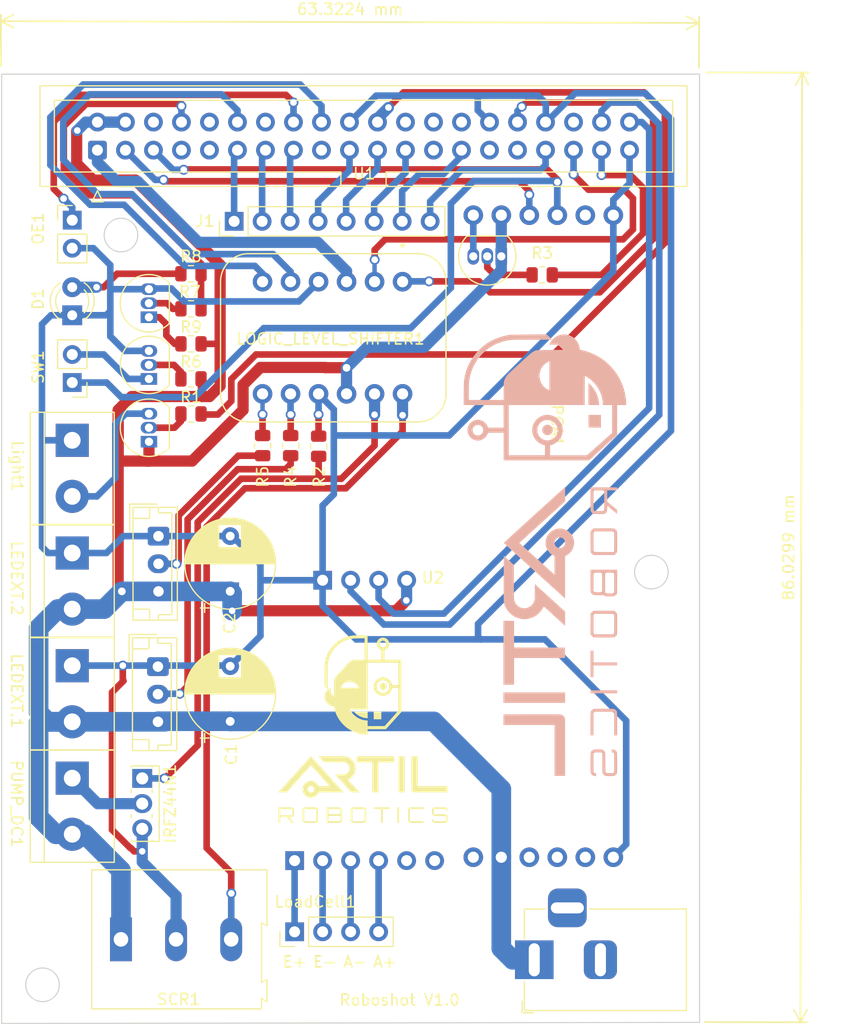
<source format=kicad_pcb>
(kicad_pcb (version 20211014) (generator pcbnew)
  (title_block (date "15 nov 2012"))
  (layers (0 "F.Cu" signal) (31 "B.Cu" signal) (34 "B.Paste" user) (35 "F.Paste" user) (36 "B.SilkS" user "B.Silkscreen") (37 "F.SilkS" user "F.Silkscreen") (38 "B.Mask" user) (39 "F.Mask" user) (44 "Edge.Cuts" user))
  (net 0 "")
  (net 1 "GND")
  (net 2 "/GPIO3(SCL1)")
  (net 3 "/GPIO17(GEN0)")
  (net 4 "/GPIO27(GEN2)")
  (net 5 "/GPIO22(GEN3)")
  (net 6 "/GPIO10(SPI0_MOSI)")
  (net 7 "/GPIO9(SPI0_MISO)")
  (net 8 "/GPIO11(SPI0_SCK)")
  (net 9 "/ID_SD")
  (net 10 "/GPIO13(PWM1)")
  (net 11 "/HV1")
  (net 12 "/E+")
  (net 13 "/E-")
  (net 14 "/A-")
  (net 15 "/A+")
  (net 16 "Net-(LEDSIGN1-Pad2)")
  (net 17 "Net-(LEDSIGN2-Pad2)")
  (net 18 "/LIGHT")
  (net 19 "/HV2")
  (net 20 "/HV3")
  (net 21 "/HV4")
  (net 22 "+3V3")
  (net 23 "/GPIO24(GEN5)")
  (net 24 "/GPIO18(GEN1)(PWM0)")
  (net 25 "/GPIO19(SPI1_MISO)")
  (net 26 "/GPIO12(PWM0)")
  (net 27 "/GPIO23(GEN4)")
  (net 28 "Net-(D1-Pad2)")
  (net 29 "/GPIO2(SDA1)")
  (net 30 "/PUMP")
  (net 31 "Net-(Q1_LIGHT1-Pad2)")
  (net 32 "/Button_OUTPUT")
  (net 33 "/2N_PCA9685")
  (net 34 "/GPIO25(GEN6)")
  (net 35 "+5V")
  (net 36 "/GPIO4(GCLK)")
  (net 37 "/GPIO14(TXD0)")
  (net 38 "/GPIO15(RXD0)")
  (net 39 "/GPIO8(SPI0_CE_N)")
  (net 40 "/GPIO7(SPI1_CE_N)")
  (net 41 "/ID_SC")
  (net 42 "/GPIO5")
  (net 43 "/GPIO6")
  (net 44 "/GPIO16")
  (net 45 "/GPIO26")
  (net 46 "/GPIO20(SPI1_MOSI)")
  (net 47 "/GPIO21(SPI1_SCK)")
  (net 50 "Net-(B.OUTPUT1-Pad2)")
  (net 51 "Net-(BUTTON1-Pad1)")
  (net 52 "Net-(BUTTON1-Pad2)")
  (net 53 "Net-(PCA1-PadOE_1)")
  (net 54 "Net-(Q_PCA1-Pad2)")
  (footprint "TerminalBlock:TerminalBlock_bornier-2_P5.08mm" (layer "F.Cu") (at 81.0768 165.2289 -90)
    (fp_text reference "PUMP_DC1")
    (fp_text value "Conn_01x02")
  )
  (footprint "TerminalBlock:TerminalBlock_bornier-2_P5.08mm" (layer "F.Cu") (at 81.0768 134.62 -90)
    (fp_text reference "Light1")
    (fp_text value "Conn_01x02")
  )
  (footprint "Resistor_SMD:R_0805_2012Metric" (layer "F.Cu") (at 91.8464 132.2324 180)
    (fp_text reference "R1")
    (fp_text value "R")
  )
  (footprint "DualChannel_HX711:Dual Channel" (layer "F.Cu") (at 113.9444 172.6965 90)
    (fp_text reference "U2")
    (fp_text value "H")
  )
  (footprint "TerminalBlock:TerminalBlock_Altech_AK300-3_P5.00mm" (layer "F.Cu") (at 85.4964 179.832)
    (fp_text reference "SCR1")
    (fp_text value "Conn_01x03")
  )
  (footprint "Package_TO_SOT_THT:TO-92_Inline" (layer "F.Cu") (at 88.037 134.7489 90)
    (fp_text reference "Q1_LIGHT1" hide)
    (fp_text value "BC546")
  )
  (footprint "TerminalBlock:TerminalBlock_bornier-2_P5.08mm" (layer "F.Cu") (at 81.0768 155.0416 -90)
    (fp_text reference "LEDEXT.1")
    (fp_text value "Conn_01x02")
  )
  (footprint "PCA9685:PCA9685" (layer "F.Cu") (at 124.5616 133.2757 -90)
    (fp_text reference "PCA1")
    (fp_text value "815")
  )
  (footprint "Package_TO_SOT_THT:SIPAK_Vertical" (layer "F.Cu") (at 87.4256 165.2477 -90)
    (fp_text reference "IRFZ44N1")
    (fp_text value "BSP89")
  )
  (footprint "LOGO" (layer "F.Cu") (at 107.442 160.782)
    (fp_text reference "G***" hide)
    (fp_text value "LOGO" hide)
  )
  (footprint "Resistor_SMD:R_0805_2012Metric" (layer "F.Cu") (at 91.8464 129.0574 180)
    (fp_text reference "R6")
    (fp_text value "R")
  )
  (footprint "LED_THT:LED_D3.0mm" (layer "F.Cu") (at 81.0768 123.2916 90)
    (fp_text reference "D1")
    (fp_text value "LED")
  )
  (footprint "Package_TO_SOT_THT:TO-92_Inline" (layer "F.Cu") (at 88.0326 129.0593 90)
    (fp_text reference "B.OUTPUT1" hide)
    (fp_text value "BC546")
  )
  (footprint "Capacitor_THT:CP_Radial_D8.0mm_P5.00mm" (layer "F.Cu") (at 95.4024 148.300251 90)
    (fp_text reference "C2")
    (fp_text value "C_Polarized")
  )
  (footprint "Connector_PinHeader_2.54mm:PinHeader_1x04_P2.54mm_Vertical" (layer "F.Cu") (at 101.2444 179.1481 90)
    (fp_text reference "LoadCell1")
    (fp_text value "Conn_01x04")
  )
  (footprint "Resistor_SMD:R_0805_2012Metric" (layer "F.Cu") (at 123.698 119.634 180)
    (fp_text reference "R3")
    (fp_text value "R")
  )
  (footprint "Connector_IDC:IDC-Header_2x20_P2.54mm_Vertical" (layer "F.Cu") (at 83.3628 108.3329 90)
    (fp_text reference "U1")
    (fp_text value "7840-0000PR")
  )
  (footprint "Package_TO_SOT_THT:TO-92_Inline" (layer "F.Cu") (at 88.0326 123.4713 90)
    (fp_text reference "BUTTON1" hide)
    (fp_text value "BC546")
  )
  (footprint "Resistor_SMD:R_0805_2012Metric" (layer "F.Cu") (at 91.8445 119.5324 180)
    (fp_text reference "R8")
    (fp_text value "R")
  )
  (footprint "Connector_BarrelJack:BarrelJack_Horizontal" (layer "F.Cu") (at 122.9812 181.6804 180)
    (fp_text reference "Ext.Source1" hide)
    (fp_text value "Conn_01x02")
  )
  (footprint "Resistor_SMD:R_0805_2012Metric" (layer "F.Cu") (at 103.4288 135.1553 90)
    (fp_text reference "R2")
    (fp_text value "R")
  )
  (footprint "Resistor_SMD:R_0805_2012Metric" (layer "F.Cu") (at 91.8464 122.7074 180)
    (fp_text reference "R7")
    (fp_text value "R")
  )
  (footprint "Connector_PinHeader_2.54mm:PinHeader_1x08_P2.54mm_Vertical" (layer "F.Cu") (at 95.758 114.7845 90)
    (fp_text reference "J1")
    (fp_text value "Conn_01x08")
  )
  (footprint "TerminalBlock:TerminalBlock_bornier-2_P5.08mm" (layer "F.Cu") (at 81.0768 144.8308 -90)
    (fp_text reference "LEDEXT.2")
    (fp_text value "Conn_01x02")
  )
  (footprint "Resistor_SMD:R_0805_2012Metric" (layer "F.Cu") (at 91.8464 125.8824)
    (fp_text reference "R9")
    (fp_text value "R")
  )
  (footprint "Connector_JST:JST_EH_B3B-EH-A_1x03_P2.50mm_Vertical" (layer "F.Cu") (at 88.8492 155.1216 -90)
    (fp_text reference "LEDSIGN1" hide)
    (fp_text value "Conn_01x03")
  )
  (footprint "Resistor_SMD:R_0805_2012Metric" (layer "F.Cu") (at 100.8888 135.1026 -90)
    (fp_text reference "R4")
    (fp_text value "R")
  )
  (footprint "Package_TO_SOT_THT:TO-92_Inline" (layer "F.Cu") (at 119.9896 117.9576 180)
    (fp_text reference "Q_PCA1" hide)
    (fp_text value "BC546")
  )
  (footprint "Connector_PinHeader_2.54mm:PinHeader_1x02_P2.54mm_Vertical" (layer "F.Cu") (at 81.0768 129.3876 180)
    (fp_text reference "SW1")
    (fp_text value "SW_Push_Dual_x2")
  )
  (footprint "Elevador:Elevador_voltaje" (layer "F.Cu") (at 104.6861 125.5868 -90)
    (fp_text reference "LOGIC_LEVEL_SHIFTER1")
    (fp_text value "Logic_Level_Shifter")
  )
  (footprint "Connector_PinHeader_2.54mm:PinHeader_1x02_P2.54mm_Vertical" (layer "F.Cu") (at 81.0768 114.6779)
    (fp_text reference "OE1")
    (fp_text value "Conn_01x02")
  )
  (footprint "Connector_JST:JST_EH_B3B-EH-A_1x03_P2.50mm_Vertical" (layer "F.Cu") (at 88.9 143.3068 -90)
    (fp_text reference "LEDSIGN2" hide)
    (fp_text value "Conn_01x03")
  )
  (footprint "Resistor_SMD:R_0805_2012Metric" (layer "F.Cu") (at 98.3488 135.1026 -90)
    (fp_text reference "R5")
    (fp_text value "R")
  )
  (footprint "Capacitor_THT:CP_Radial_D8.0mm_P5.00mm" (layer "F.Cu") (at 95.4024 160.085851 90)
    (fp_text reference "C1")
    (fp_text value "C_Polarized")
  )
  (footprint "LOGO" (layer "B.Cu") (at 123.952 145.034 -90)
    (fp_text reference "G***" hide)
    (fp_text value "LOGO" hide)
  )
  (gr_circle (center 124.1806 133.6802) (end 124.5806 133.6802) (layer "B.SilkS") (width 0.15) (fill solid))
  (gr_circle (center 109.2708 156.9212) (end 109.5248 156.9212) (layer "F.SilkS") (width 0.15) (fill solid))
  (gr_line (start 74.676 101.4476) (end 137.9728 101.4476) (layer "Edge.Cuts") (width 0.1))
  (gr_circle (center 78.3844 183.9468) (end 79.908399 183.9468) (layer "Edge.Cuts") (width 0.1) (fill none))
  (gr_line (start 137.9728 187.3504) (end 74.676 187.452) (layer "Edge.Cuts") (width 0.1))
  (gr_circle (center 85.4964 116.0272) (end 87.020399 116.0272) (layer "Edge.Cuts") (width 0.1) (fill none))
  (gr_line (start 74.676 101.4476) (end 74.676 187.452) (layer "Edge.Cuts") (width 0.1))
  (gr_circle (center 133.604 146.558) (end 132.080001 146.558) (layer "Edge.Cuts") (width 0.1) (fill none))
  (gr_line (start 137.9728 101.4476) (end 137.9728 187.3504) (layer "Edge.Cuts") (width 0.1))
  (gr_text "A+\n" (at 109.4232 181.864) (layer "F.SilkS") (effects (font (size 1 1))))
  (gr_text "E+" (at 101.2444 181.864) (layer "F.SilkS") (effects (font (size 1 1))))
  (gr_text "A-" (at 106.720743 181.864) (layer "F.SilkS") (effects (font (size 1 1))))
  (gr_text "Roboshot V1.0" (at 110.7694 185.3184) (layer "F.SilkS") (effects (font (size 1 1))))
  (gr_text "E-\n" (at 103.994476 181.864) (layer "F.SilkS") (effects (font (size 1 1))))
  (dimension (type aligned) (layer "F.SilkS") (pts (xy 137.922 187.325) (xy 138.0744 101.2952)) (height 9.200162) (gr_text "86,0299 mm" (at 146.04835 144.324361 89.89850183) (layer "F.SilkS") (effects (font (size 1 1) (thickness 0.15)))) (format (units 3) (units_format 1) (precision 4)) (style (thickness 0.15) (arrow_length 1.27) (text_position_mode 0) (extension_height 0.58642) (extension_offset 0.5) keep_text_aligned))
  (dimension (type aligned) (layer "F.SilkS") (pts (xy 74.5998 101.219) (xy 137.922 101.3714)) (height -4.56572) (gr_text "63,3224 mm" (at 106.274656 95.579496 359.8621043) (layer "F.SilkS") (effects (font (size 1 1) (thickness 0.15)))) (format (units 3) (units_format 1) (precision 4)) (style (thickness 0.15) (arrow_length 1.27) (text_position_mode 0) (extension_height 0.58642) (extension_offset 0.5) keep_text_aligned))
  (segment (start 86.3346 171.5516) (end 84.6836 169.9006) (width 0.6) (layer "F.Cu") (net 1))
  (segment (start 85.6634 156.3516) (end 85.6634 155.0308) (width 0.6) (layer "F.Cu") (net 1))
  (segment (start 86.3854 171.5516) (end 86.3346 171.5516) (width 0.6) (layer "F.Cu") (net 1))
  (segment (start 84.6836 169.9006) (end 84.6836 157.4546) (width 0.6) (layer "F.Cu") (net 1))
  (segment (start 86.6914 171.8576) (end 87.4256 171.8576) (width 0.6) (layer "F.Cu") (net 1))
  (segment (start 85.725 156.4132) (end 85.6634 156.3516) (width 0.6) (layer "F.Cu") (net 1))
  (segment (start 86.3854 171.5516) (end 86.6914 171.8576) (width 0.6) (layer "F.Cu") (net 1))
  (segment (start 103.4161 132.2705) (end 103.4161 134.2301) (width 0.6) (layer "F.Cu") (net 1))
  (segment (start 84.6836 157.4546) (end 85.725 156.4132) (width 0.6) (layer "F.Cu") (net 1))
  (via (at 103.4161 132.2705) (size 0.9) (drill 0.6) (layers "F.Cu" "B.Cu") (net 1))
  (via (at 85.6634 155.0308) (size 0.9) (drill 0.6) (layers "F.Cu" "B.Cu") (net 1))
  (via (at 87.4256 171.8576) (size 0.9) (drill 0.6) (layers "F.Cu" "B.Cu") (net 1))
  (segment (start 88.0938 120.8701) (end 88.0326 120.9313) (width 0.6) (layer "B.Cu") (net 1))
  (segment (start 98.1456 145.8468) (end 98.1456 152.342651) (width 0.6) (layer "B.Cu") (net 1))
  (segment (start 123.3339 103.3949) (end 118.7196 103.3949) (width 0.6) (layer "B.Cu") (net 1))
  (segment (start 104.8004 134.1966) (end 104.8004 139.5137) (width 0.6) (layer "B.Cu") (net 1))
  (segment (start 103.4161 120.2528) (end 103.4161 120.2563) (width 0.6) (layer "B.Cu") (net 1))
  (segment (start 91.2368 122.0385) (end 90.0684 120.8701) (width 0.6) (layer "B.Cu") (net 1))
  (segment (start 84.5293 122.9106) (end 84.5293 122.3537) (width 0.6) (layer "B.Cu") (net 1))
  (segment (start 101.6339 122.0385) (end 91.2368 122.0385) (width 0.6) (layer "B.Cu") (net 1))
  (segment (start 135.382 105.5116) (end 135.382 133.7564) (width 0.6) (layer "B.Cu") (net 1))
  (segment (start 103.4161 130.4128) (end 103.4161 130.4417) (width 0.6) (layer "B.Cu") (net 1))
  (segment (start 135.382 133.7564) (end 117.8814 151.257) (width 0.6) (layer "B.Cu") (net 1))
  (segment (start 87.4256 172.8204) (end 90.4964 175.8912) (width 1.016) (layer "B.Cu") (net 1))
  (segment (start 103.4161 130.4417) (end 104.8004 131.826) (width 0.6) (layer "B.Cu") (net 1))
  (segment (start 103.4161 130.4128) (end 103.4161 132.2705) (width 0.6) (layer "B.Cu") (net 1))
  (segment (start 133.0452 103.1748) (end 135.382 105.5116) (width 0.6) (layer "B.Cu") (net 1))
  (segment (start 103.7844 147.2965) (end 103.7844 149.606) (width 0.6) (layer "B.Cu") (net 1))
  (segment (start 87.4256 170.0334) (end 87.4256 171.8576) (width 1.016) (layer "B.Cu") (net 1))
  (segment (start 118.9228 105.7929) (end 117.856 104.7261) (width 0.6) (layer "B.Cu") (net 1))
  (segment (start 123.952 152.654) (end 131.318 160.02) (width 0.6) (layer "B.Cu") (net 1))
  (segment (start 81.0768 123.2916) (end 84.1483 123.2916) (width 0.6) (layer "B.Cu") (net 1))
  (segment (start 84.1483 123.2916) (end 84.5293 122.9106) (width 0.6) (layer "B.Cu") (net 1))
  (segment (start 84.5293 118.745) (end 84.5293 122.3537) (width 0.6) (layer "B.Cu") (net 1))
  (segment (start 106.2463 105.7929) (end 106.2228 105.7929) (width 0.6) (layer "B.Cu") (net 1))
  (segment (start 85.8501 126.5193) (end 84.5293 125.1985) (width 0.6) (layer "B.Cu") (net 1))
  (segment (start 124.0771 105.7929) (end 126.6952 103.1748) (width 0.6) (layer "B.Cu") (net 1))
  (segment (start 78.3336 131.5212) (end 78.3336 134.62) (width 0.6) (layer "B.Cu") (net 1))
  (segment (start 78.3336 144.272) (end 78.3336 124.1044) (width 0.6) (layer "B.Cu") (net 1))
  (segment (start 95.140402 143.300251) (end 95.152651 143.3125) (width 0.6) (layer "B.Cu") (net 1))
  (segment (start 90.4964 175.8912) (end 90.4964 179.8828) (width 1.016) (layer "B.Cu") (net 1))
  (segment (start 103.7844 147.2965) (end 98.1964 147.2965) (width 0.6) (layer "B.Cu") (net 1))
  (segment (start 81.0768 117.2179) (end 83.0022 117.2179) (width 0.6) (layer "B.Cu") (net 1))
  (segment (start 104.8173 134.1797) (end 104.8004 134.1966) (width 0.6) (layer "B.Cu") (net 1))
  (segment (start 103.7844 149.606) (end 106.8324 152.654) (width 0.6) (layer "B.Cu") (net 1))
  (segment (start 98.1456 152.342651) (end 95.457451 155.0308) (width 0.6) (layer "B.Cu") (net 1))
  (segment (start 130.1496 114.2257) (end 130.1496 119.2953) (width 0.6) (layer "B.Cu") (net 1))
  (segment (start 90.0684 120.8701) (end 88.0938 120.8701) (width 0.6) (layer "B.Cu") (net 1))
  (segment (start 106.8324 152.654) (end 118.11 152.654) (width 0.6) (layer "B.Cu") (net 1))
  (segment (start 81.0768 144.8308) (end 84.1756 144.8308) (width 0.6) (layer "B.Cu") (net 1))
  (segment (start 84.1756 144.8308) (end 85.706149 143.300251) (width 0.6) (layer "B.Cu") (net 1))
  (segment (start 124.0028 105.7929) (end 124.0771 105.7929) (width 0.6) (layer "B.Cu") (net 1))
  (segment (start 118.11 152.654) (end 123.952 152.654) (width 0.6) (layer "B.Cu") (net 1))
  (segment (start 130.1496 112.8268) (end 130.1496 114.2257) (width 0.6) (layer "B.Cu") (net 1))
  (segment (start 83.0022 117.2179) (end 84.5293 118.745) (width 0.6) (layer "B.Cu") (net 1))
  (segment (start 117.8814 151.257) (end 117.8814 152.4254) (width 0.6) (layer "B.Cu") (net 1))
  (segment (start 117.856 104.7261) (end 117.856 103.3949) (width 0.6) (layer "B.Cu") (net 1))
  (segment (start 81.0876 155.0308) (end 81.0768 155.0416) (width 0.6) (layer "B.Cu") (net 1))
  (segment (start 84.5293 125.1985) (end 84.5293 122.9106) (width 0.6) (layer "B.Cu") (net 1))
  (segment (start 117.8814 152.4254) (end 118.11 152.654) (width 0.6) (layer "B.Cu") (net 1))
  (segment (start 85.6634 155.0308) (end 81.0876 155.0308) (width 0.6) (layer "B.Cu") (net 1))
  (segment (start 124.0282 105.7402) (end 124.0282 104.0892) (width 0.6) (layer "B.Cu") (net 1))
  (segment (start 79.1464 123.2916) (end 81.0768 123.2916) (width 0.6) (layer "B.Cu") (net 1))
  (segment (start 78.8924 144.8308) (end 78.3336 144.272) (width 0.6) (layer "B.Cu") (net 1))
  (segment (start 87.4256 171.8576) (end 87.4256 172.8204) (width 1.016) (layer "B.Cu") (net 1))
  (segment (start 84.5293 122.3537) (end 84.5293 120.9332) (width 0.6) (layer "B.Cu") (net 1))
  (segment (start 84.5293 120.9332) (end 84.5312 120.9313) (width 0.6) (layer "B.Cu") (net 1))
  (segment (start 131.6228 108.3329) (end 131.6228 111.3536) (width 0.6) (layer "B.Cu") (net 1))
  (segment (start 88.0326 126.5193) (end 85.8501 126.5193) (width 0.6) (layer "B.Cu") (net 1))
  (segment (start 131.318 160.02) (end 131.318 171.2233) (width 0.6) (layer "B.Cu") (net 1))
  (segment (start 115.2652 134.1797) (end 104.8173 134.1797) (width 0.6) (layer "B.Cu") (net 1))
  (segment (start 131.6228 111.3536) (end 130.1496 112.8268) (width 0.6) (layer "B.Cu") (net 1))
  (segment (start 85.706149 143.300251) (end 95.140402 143.300251) (width 0.6) (layer "B.Cu") (net 1))
  (segment (start 118.7196 103.3949) (end 108.6443 103.3949) (width 0.6) (layer "B.Cu") (net 1))
  (segment (start 84.5312 120.9313) (end 88.0326 120.9313) (width 0.6) (layer "B.Cu") (net 1))
  (segment (start 103.4161 120.2563) (end 101.6339 122.0385) (width 0.6) (layer "B.Cu") (net 1))
  (segment (start 104.8004 139.5137) (end 103.7844 140.5297) (width 0.6) (layer "B.Cu") (net 1))
  (segment (start 131.318 171.2233) (end 130.1496 172.3917) (width 0.6) (layer "B.Cu") (net 1))
  (segment (start 81.0768 144.8308) (end 78.8924 144.8308) (width 0.6) (layer "B.Cu") (net 1))
  (segment (start 124.0028 105.7929) (end 124.0028 105.7656) (width 0.6) (layer "B.Cu") (net 1))
  (segment (start 108.6443 103.3949) (end 106.2463 105.7929) (width 0.6) (layer "B.Cu") (net 1))
  (segment (start 103.7844 140.5297) (end 103.7844 147.2965) (width 0.6) (layer "B.Cu") (net 1))
  (segment (start 117.856 103.3949) (end 118.7196 103.3949) (width 0.6) (layer "B.Cu") (net 1))
  (segment (start 95.4024 143.1036) (end 98.1456 145.8468) (width 0.6) (layer "B.Cu") (net 1))
  (segment (start 126.6952 103.1748) (end 133.0452 103.1748) (width 0.6) (layer "B.Cu") (net 1))
  (segment (start 130.1496 119.2953) (end 115.2652 134.1797) (width 0.6) (layer "B.Cu") (net 1))
  (segment (start 78.3336 134.62) (end 81.0768 134.62) (width 0.6) (layer "B.Cu") (net 1))
  (segment (start 124.0282 104.0892) (end 123.3339 103.3949) (width 0.6) (layer "B.Cu") (net 1))
  (segment (start 104.8004 131.826) (end 104.8004 134.1628) (width 0.6) (layer "B.Cu") (net 1))
  (segment (start 78.3336 124.1044) (end 79.1464 123.2916) (width 0.6) (layer "B.Cu") (net 1))
  (segment (start 95.457451 155.0308) (end 85.6634 155.0308) (width 0.6) (layer "B.Cu") (net 1))
  (segment (start 124.0028 105.7656) (end 124.0282 105.7402) (width 0.6) (layer "B.Cu") (net 1))
  (segment (start 91.2114 110.0836) (end 124.1552 110.0836) (width 0.6) (layer "F.Cu") (net 2))
  (segment (start 88.4428 108.3329) (end 88.4428 108.3564) (width 0.6) (layer "F.Cu") (net 2))
  (segment (start 125.0696 110.998) (end 125.0696 114.2257) (width 0.6) (layer "F.Cu") (net 2))
  (segment (start 124.1552 110.0836) (end 125.0696 110.998) (width 0.6) (layer "F.Cu") (net 2))
  (segment (start 91.186 110.109) (end 91.2114 110.0836) (width 0.6) (layer "F.Cu") (net 2))
  (via (at 125.0696 111.2266) (size 0.9) (drill 0.6) (layers "F.Cu" "B.Cu") (net 2))
  (via (at 91.186 110.109) (size 0.9) (drill 0.6) (layers "F.Cu" "B.Cu") (net 2))
  (segment (start 92.202 130.7084) (end 85.518 130.7084) (width 0.6) (layer "B.Cu") (net 2))
  (segment (start 115.4176 113.1824) (end 115.4176 120.8024) (width 0.6) (layer "B.Cu") (net 2))
  (segment (start 91.186 110.109) (end 90.2189 110.109) (width 0.6) (layer "B.Cu") (net 2))
  (segment (start 115.4176 120.8024) (end 111.76 124.46) (width 0.6) (layer "B.Cu") (net 2))
  (segment (start 125.0696 111.2266) (end 124.968 111.125) (width 0.6) (layer "B.Cu") (net 2))
  (segment (start 111.76 124.46) (end 98.4504 124.46) (width 0.6) (layer "B.Cu") (net 2))
  (segment (start 117.475 111.125) (end 115.4176 113.1824) (width 0.6) (layer "B.Cu") (net 2))
  (segment (start 125.0696 111.2266) (end 125.0696 114.2257) (width 0.6) (layer "B.Cu") (net 2))
  (segment (start 90.2189 110.109) (end 88.4428 108.3329) (width 0.6) (layer "B.Cu") (net 2))
  (segment (start 84.1972 129.3876) (end 81.0768 129.3876) (width 0.6) (layer "B.Cu") (net 2))
  (segment (start 124.968 111.125) (end 117.475 111.125) (width 0.6) (layer "B.Cu") (net 2))
  (segment (start 98.4504 124.46) (end 92.202 130.7084) (width 0.6) (layer "B.Cu") (net 2))
  (segment (start 85.518 130.7084) (end 84.1972 129.3876) (width 0.6) (layer "B.Cu") (net 2))
  (segment (start 96.0628 108.3329) (end 95.758 108.6377) (width 0.6) (layer "B.Cu") (net 3))
  (segment (start 95.758 108.6377) (end 95.758 114.7845) (width 0.6) (layer "B.Cu") (net 3))
  (segment (start 98.298 114.7845) (end 98.298 108.6377) (width 0.6) (layer "B.Cu") (net 4))
  (segment (start 98.298 108.6377) (end 98.6028 108.3329) (width 0.6) (layer "B.Cu") (net 4))
  (segment (start 101.1428 108.3329) (end 100.838 108.6377) (width 0.6) (layer "B.Cu") (net 5))
  (segment (start 100.838 108.6377) (end 100.838 114.7845) (width 0.6) (layer "B.Cu") (net 5))
  (segment (start 103.378 113.0065) (end 106.2228 110.1617) (width 0.6) (layer "B.Cu") (net 6))
  (segment (start 106.2228 110.1617) (end 106.2228 108.3329) (width 0.6) (layer "B.Cu") (net 6))
  (segment (start 103.378 114.7845) (end 103.378 113.0065) (width 0.6) (layer "B.Cu") (net 6))
  (segment (start 105.918 112.8541) (end 108.7628 110.0093) (width 0.6) (layer "B.Cu") (net 7))
  (segment (start 108.7628 110.0093) (end 108.7628 108.3329) (width 0.6) (layer "B.Cu") (net 7))
  (segment (start 105.918 114.7845) (end 105.918 112.8541) (width 0.6) (layer "B.Cu") (net 7))
  (segment (start 111.3028 110.3649) (end 111.3028 108.3329) (width 0.6) (layer "B.Cu") (net 8))
  (segment (start 108.458 113.2097) (end 111.3028 110.3649) (width 0.6) (layer "B.Cu") (net 8))
  (segment (start 108.458 114.7845) (end 108.458 113.2097) (width 0.6) (layer "B.Cu") (net 8))
  (segment (start 110.998 112.0394) (end 112.5474 110.49) (width 0.6) (layer "B.Cu") (net 9))
  (segment (start 114.7572 110.49) (end 116.3828 108.8644) (width 0.6) (layer "B.Cu") (net 9))
  (segment (start 116.3828 108.8644) (end 116.3828 108.3329) (width 0.6) (layer "B.Cu") (net 9))
  (segment (start 110.998 114.7845) (end 110.998 112.0394) (width 0.6) (layer "B.Cu") (net 9))
  (segment (start 112.5474 110.49) (end 114.7572 110.49) (width 0.6) (layer "B.Cu") (net 9))
  (segment (start 124.0028 108.3329) (end 124.0028 109.6772) (width 0.6) (layer "B.Cu") (net 10))
  (segment (start 113.538 112.9792) (end 113.538 114.7845) (width 0.6) (layer "B.Cu") (net 10))
  (segment (start 116.3828 110.1344) (end 113.538 112.9792) (width 0.6) (layer "B.Cu") (net 10))
  (segment (start 124.0028 109.6772) (end 123.5456 110.1344) (width 0.6) (layer "B.Cu") (net 10))
  (segment (start 123.5456 110.1344) (end 116.3828 110.1344) (width 0.6) (layer "B.Cu") (net 10))
  (segment (start 100.8761 130.4128) (end 100.8888 130.4255) (width 0.6) (layer "F.Cu") (net 11))
  (segment (start 100.8888 132.2832) (end 100.8888 134.1901) (width 0.6) (layer "F.Cu") (net 11))
  (via (at 100.8888 132.2832) (size 0.9) (drill 0.6) (layers "F.Cu" "B.Cu") (net 11))
  (segment (start 100.8761 130.4128) (end 100.8761 132.2705) (width 0.6) (layer "B.Cu") (net 11))
  (segment (start 100.8761 132.2705) (end 100.8888 132.2832) (width 0.6) (layer "B.Cu") (net 11))
  (segment (start 101.2444 172.6965) (end 101.2444 179.1481) (width 0.6) (layer "B.Cu") (net 12))
  (segment (start 103.7844 172.6965) (end 103.7844 179.1481) (width 0.6) (layer "B.Cu") (net 13))
  (segment (start 106.3244 172.6965) (end 106.3244 179.1481) (width 0.6) (layer "B.Cu") (net 14))
  (segment (start 108.8644 172.6965) (end 108.8644 179.1481) (width 0.6) (layer "B.Cu") (net 15))
  (segment (start 100.8888 136.0151) (end 100.8888 136.7809) (width 0.6) (layer "F.Cu") (net 16))
  (segment (start 91.5416 156.8958) (end 90.8304 157.607) (width 0.6) (layer "F.Cu") (net 16))
  (segment (start 96.0863 137.2381) (end 91.5416 141.7828) (width 0.6) (layer "F.Cu") (net 16))
  (segment (start 100.4316 137.2381) (end 96.0863 137.2381) (width 0.6) (layer "F.Cu") (net 16))
  (segment (start 91.5416 141.7828) (end 91.5416 156.8958) (width 0.6) (layer "F.Cu") (net 16))
  (segment (start 90.8304 157.607) (end 90.8304 157.5816) (width 0.6) (layer "F.Cu") (net 16))
  (segment (start 100.8888 136.7809) (end 100.4316 137.2381) (width 0.6) (layer "F.Cu") (net 16))
  (via (at 90.8304 157.5816) (size 0.9) (drill 0.6) (layers "F.Cu" "B.Cu") (net 16))
  (segment (start 88.8892 157.5816) (end 88.8492 157.6216) (width 0.6) (layer "B.Cu") (net 16))
  (segment (start 90.8304 157.5816) (end 88.8892 157.5816) (width 0.6) (layer "B.Cu") (net 16))
  (segment (start 90.7288 141.4272) (end 96.1409 136.0151) (width 0.6) (layer "F.Cu") (net 17))
  (segment (start 90.7288 145.6182) (end 90.7288 141.4272) (width 0.6) (layer "F.Cu") (net 17))
  (segment (start 90.5345 145.8125) (end 90.7288 145.6182) (width 0.6) (layer "F.Cu") (net 17))
  (segment (start 96.1409 136.0151) (end 98.3488 136.0151) (width 0.6) (layer "F.Cu") (net 17))
  (via (at 90.5345 145.8125) (size 0.9) (drill 0.6) (layers "F.Cu" "B.Cu") (net 17))
  (segment (start 88.9057 145.8125) (end 88.9 145.8068) (width 0.6) (layer "B.Cu") (net 17))
  (segment (start 90.5345 145.8125) (end 88.9057 145.8125) (width 0.6) (layer "B.Cu") (net 17))
  (segment (start 83.312 139.7) (end 84.9884 138.0236) (width 0.6) (layer "B.Cu") (net 18))
  (segment (start 84.9884 138.0236) (end 84.9884 133.1468) (width 0.6) (layer "B.Cu") (net 18))
  (segment (start 81.1257 138.5081) (end 81.0989 138.5349) (width 0.6) (layer "B.Cu") (net 18))
  (segment (start 84.9884 133.1468) (end 85.9263 132.2089) (width 0.6) (layer "B.Cu") (net 18))
  (segment (start 81.0768 139.7) (end 83.312 139.7) (width 0.6) (layer "B.Cu") (net 18))
  (segment (start 85.9263 132.2089) (end 88.037 132.2089) (width 0.6) (layer "B.Cu") (net 18))
  (segment (start 81.1257 138.5081) (end 81.1041 138.5081) (width 0.6) (layer "B.Cu") (net 18))
  (segment (start 105.4843 138.1017) (end 103.6593 138.1017) (width 0.6) (layer "F.Cu") (net 19))
  (segment (start 89.4578 165.2534) (end 89.4588 165.2524) (width 0.6) (layer "F.Cu") (net 19))
  (segment (start 103.6593 138.1017) (end 96.3911 138.1017) (width 0.6) (layer "F.Cu") (net 19))
  (segment (start 96.3911 138.1017) (end 92.456 142.0368) (width 0.6) (layer "F.Cu") (net 19))
  (segment (start 103.4288 137.8712) (end 103.6593 138.1017) (width 0.6) (layer "F.Cu") (net 19))
  (segment (start 108.4961 132.2959) (end 108.4961 135.0899) (width 0.6) (layer "F.Cu") (net 19))
  (segment (start 92.456 142.0368) (end 92.456 162.2552) (width 0.6) (layer "F.Cu") (net 19))
  (segment (start 108.4961 135.0899) (end 105.4843 138.1017) (width 0.6) (layer "F.Cu") (net 19))
  (segment (start 92.456 162.2552) (end 89.4578 165.2534) (width 0.6) (layer "F.Cu") (net 19))
  (segment (start 103.4288 136.0678) (end 103.4288 137.8712) (width 0.6) (layer "F.Cu") (net 19))
  (via (at 108.4961 132.2959) (size 0.9) (drill 0.6) (layers "F.Cu" "B.Cu") (net 19))
  (via (at 89.4588 165.2524) (size 0.9) (drill 0.6) (layers "F.Cu" "B.Cu") (net 19))
  (segment (start 89.4588 165.2524) (end 89.4541 165.2477) (width 0.6) (layer "B.Cu") (net 19))
  (segment (start 89.4541 165.2477) (end 87.4256 165.2477) (width 0.6) (layer "B.Cu") (net 19))
  (segment (start 108.4961 130.4128) (end 108.4961 132.2959) (width 1.016) (layer "B.Cu") (net 19))
  (segment (start 98.3361 132.2705) (end 98.3361 134.1774) (width 0.6) (layer "F.Cu") (net 20))
  (segment (start 98.3361 134.1774) (end 98.3488 134.1901) (width 0.6) (layer "F.Cu") (net 20))
  (via (at 98.3361 132.2705) (size 0.9) (drill 0.6) (layers "F.Cu" "B.Cu") (net 20))
  (segment (start 98.3361 130.4128) (end 98.3361 132.2705) (width 0.4) (layer "B.Cu") (net 20))
  (segment (start 105.8907 138.9653) (end 96.7467 138.9653) (width 0.6) (layer "F.Cu") (net 21))
  (segment (start 111.0361 133.8199) (end 105.8907 138.9653) (width 0.6) (layer "F.Cu") (net 21))
  (segment (start 96.7467 138.9653) (end 93.2688 142.4432) (width 0.6) (layer "F.Cu") (net 21))
  (segment (start 93.2688 142.4432) (end 93.2688 171.5516) (width 0.6) (layer "F.Cu") (net 21))
  (segment (start 95.4964 175.6588) (end 95.504 175.6664) (width 0.6) (layer "F.Cu") (net 21))
  (segment (start 93.2688 171.5516) (end 95.4964 173.7792) (width 0.6) (layer "F.Cu") (net 21))
  (segment (start 95.4964 173.7792) (end 95.4964 175.6588) (width 0.6) (layer "F.Cu") (net 21))
  (segment (start 111.0361 132.3467) (end 111.0361 133.8199) (width 0.6) (layer "F.Cu") (net 21))
  (via (at 95.504 175.6664) (size 0.9) (drill 0.6) (layers "F.Cu" "B.Cu") (net 21))
  (via (at 111.0361 132.3467) (size 0.9) (drill 0.6) (layers "F.Cu" "B.Cu") (net 21))
  (segment (start 95.4964 175.674) (end 95.4964 179.832) (width 0.6) (layer "B.Cu") (net 21))
  (segment (start 111.0361 130.4128) (end 111.0361 132.3467) (width 1.016) (layer "B.Cu") (net 21))
  (segment (start 95.504 175.6664) (end 95.4964 175.674) (width 0.6) (layer "B.Cu") (net 21))
  (segment (start 87.0204 111.1758) (end 85.1154 111.1758) (width 1.016) (layer "B.Cu") (net 22))
  (segment (start 83.3628 109.4232) (end 83.3628 108.3329) (width 1.016) (layer "B.Cu") (net 22))
  (segment (start 105.9561 120.2528) (end 105.9561 119.293) (width 1.016) (layer "B.Cu") (net 22))
  (segment (start 105.9561 119.293) (end 103.3507 116.6876) (width 1.016) (layer "B.Cu") (net 22))
  (segment (start 92.5322 116.6876) (end 87.0204 111.1758) (width 1.016) (layer "B.Cu") (net 22))
  (segment (start 85.1154 111.1758) (end 83.3628 109.4232) (width 1.016) (layer "B.Cu") (net 22))
  (segment (start 103.3507 116.6876) (end 92.5322 116.6876) (width 1.016) (layer "B.Cu") (net 22))
  (segment (start 103.6828 104.3197) (end 103.6828 105.7929) (width 0.6) (layer "B.Cu") (net 23))
  (segment (start 101.7505 102.3874) (end 103.6828 104.3197) (width 0.6) (layer "B.Cu") (net 23))
  (segment (start 82.0674 102.3874) (end 101.7505 102.3874) (width 0.6) (layer "B.Cu") (net 23))
  (segment (start 85.7758 113.284) (end 82.7024 113.284) (width 0.6) (layer "B.Cu") (net 23))
  (segment (start 91.313 118.8212) (end 85.7758 113.284) (width 0.6) (layer "B.Cu") (net 23))
  (segment (start 79.0956 105.3592) (end 82.0674 102.3874) (width 0.6) (layer "B.Cu") (net 23))
  (segment (start 82.7024 113.284) (end 79.0956 109.6772) (width 0.6) (layer "B.Cu") (net 23))
  (segment (start 98.3361 120.2528) (end 98.3361 119.5197) (width 0.6) (layer "B.Cu") (net 23))
  (segment (start 97.6376 118.8212) (end 91.313 118.8212) (width 0.6) (layer "B.Cu") (net 23))
  (segment (start 79.0956 109.6772) (end 79.0956 105.3592) (width 0.6) (layer "B.Cu") (net 23))
  (segment (start 98.3361 119.5197) (end 97.6376 118.8212) (width 0.6) (layer "B.Cu") (net 23))
  (segment (start 82.6516 103.2764) (end 80.264 105.664) (width 0.6) (layer "B.Cu") (net 24))
  (segment (start 100.8761 119.3438) (end 100.8761 120.2528) (width 0.6) (layer "B.Cu") (net 24))
  (segment (start 86.487 112.3188) (end 91.9226 117.7544) (width 0.6) (layer "B.Cu") (net 24))
  (segment (start 83.3882 112.3188) (end 86.487 112.3188) (width 0.6) (layer "B.Cu") (net 24))
  (segment (start 91.9226 117.7544) (end 99.2867 117.7544) (width 0.6) (layer "B.Cu") (net 24))
  (segment (start 99.2867 117.7544) (end 100.8761 119.3438) (width 0.6) (layer "B.Cu") (net 24))
  (segment (start 96.0628 105.7929) (end 96.0628 104.7261) (width 0.6) (layer "B.Cu") (net 24))
  (segment (start 94.6131 103.2764) (end 82.6516 103.2764) (width 0.6) (layer "B.Cu") (net 24))
  (segment (start 80.264 105.664) (end 80.264 109.1946) (width 0.6) (layer "B.Cu") (net 24))
  (segment (start 80.264 109.1946) (end 83.3882 112.3188) (width 0.6) (layer "B.Cu") (net 24))
  (segment (start 96.0628 104.7261) (end 94.6131 103.2764) (width 0.6) (layer "B.Cu") (net 24))
  (segment (start 131.9276 115.5192) (end 131.0367 116.4101) (width 0.6) (layer "F.Cu") (net 25))
  (segment (start 126.5428 110.5154) (end 126.5428 110.5662) (width 0.6) (layer "F.Cu") (net 25))
  (segment (start 109.4594 116.4101) (end 108.5088 117.3607) (width 0.6) (layer "F.Cu") (net 25))
  (segment (start 131.1383 111.9124) (end 131.9276 112.7017) (width 0.6) (layer "F.Cu") (net 25))
  (segment (start 108.5088 117.3607) (end 108.5088 118.2624) (width 0.6) (layer "F.Cu") (net 25))
  (segment (start 131.0367 116.4101) (end 109.4594 116.4101) (width 0.6) (layer "F.Cu") (net 25))
  (segment (start 127.889 111.9124) (end 131.1383 111.9124) (width 0.6) (layer "F.Cu") (net 25))
  (segment (start 126.5428 110.5662) (end 127.889 111.9124) (width 0.6) (layer "F.Cu") (net 25))
  (segment (start 131.9276 112.7017) (end 131.9276 115.5192) (width 0.6) (layer "F.Cu") (net 25))
  (via (at 108.5088 118.2624) (size 0.9) (drill 0.6) (layers "F.Cu" "B.Cu") (net 25))
  (via (at 126.5428 110.5154) (size 0.9) (drill 0.6) (layers "F.Cu" "B.Cu") (net 25))
  (segment (start 108.4961 120.2528) (end 108.4961 118.2751) (width 0.4) (layer "B.Cu") (net 25))
  (segment (start 126.5428 108.3329) (end 126.5428 110.5154) (width 0.6) (layer "B.Cu") (net 25))
  (segment (start 108.4961 118.2751) (end 108.5088 118.2624) (width 0.4) (layer "B.Cu") (net 25))
  (segment (start 133.7564 116.3828) (end 128.9304 121.2088) (width 0.6) (layer "F.Cu") (net 26))
  (segment (start 121.84475 104.39495) (end 122.2248 104.0149) (width 0.6) (layer "F.Cu") (net 26))
  (segment (start 122.2248 104.0149) (end 132.334 104.0149) (width 0.6) (layer "F.Cu") (net 26))
  (segment (start 111.0688 120.2201) (end 111.0361 120.2528) (width 0.6) (layer "F.Cu") (net 26))
  (segment (start 128.9304 121.2088) (end 118.9736 121.2088) (width 0.6) (layer "F.Cu") (net 26))
  (segment (start 133.7564 105.4373) (end 133.7564 116.3828) (width 0.6) (layer "F.Cu") (net 26))
  (segment (start 118.9736 121.2088) (end 117.9849 120.2201) (width 0.6) (layer "F.Cu") (net 26))
  (segment (start 117.9849 120.2201) (end 113.4345 120.2201) (width 0.6) (layer "F.Cu") (net 26))
  (segment (start 132.334 104.0149) (end 133.7564 105.4373) (width 0.6) (layer "F.Cu") (net 26))
  (via (at 121.84475 104.39495) (size 0.9) (drill 0.6) (layers "F.Cu" "B.Cu") (net 26))
  (via (at 113.4345 120.2201) (size 0.9) (drill 0.6) (layers "F.Cu" "B.Cu") (net 26))
  (segment (start 121.84475 104.39495) (end 121.4628 104.7769) (width 0.6) (layer "B.Cu") (net 26))
  (segment (start 121.4628 104.7769) (end 121.4628 105.7929) (width 0.6) (layer "B.Cu") (net 26))
  (segment (start 111.0688 120.2201) (end 111.0361 120.2528) (width 0.6) (layer "B.Cu") (net 26))
  (segment (start 113.4345 120.2201) (end 111.0688 120.2201) (width 0.6) (layer "B.Cu") (net 26))
  (segment (start 100.4551 103.3272) (end 101.1428 104.0149) (width 0.6) (layer "F.Cu") (net 27))
  (segment (start 81.8388 103.3272) (end 100.4551 103.3272) (width 0.6) (layer "F.Cu") (net 27))
  (segment (start 80.2894 112.7252) (end 79.4004 111.8362) (width 0.6) (layer "F.Cu") (net 27))
  (segment (start 79.4004 111.8362) (end 79.4004 105.7656) (width 0.6) (layer "F.Cu") (net 27))
  (segment (start 79.4004 105.7656) (end 81.8388 103.3272) (width 0.6) (layer "F.Cu") (net 27))
  (via (at 101.1428 104.0149) (size 0.9) (drill 0.6) (layers "F.Cu" "B.Cu") (net 27))
  (via (at 80.2894 112.7252) (size 0.9) (drill 0.6) (layers "F.Cu" "B.Cu") (net 27))
  (segment (start 101.1428 104.0149) (end 101.1428 105.7929) (width 0.6) (layer "B.Cu") (net 27))
  (segment (start 81.0768 113.5126) (end 81.0768 114.6779) (width 0.6) (layer "B.Cu") (net 27))
  (segment (start 80.2894 112.7252) (end 81.0768 113.5126) (width 0.6) (layer "B.Cu") (net 27))
  (segment (start 83.9216 120.7516) (end 85.1408 119.5324) (width 0.6) (layer "F.Cu") (net 28))
  (segment (start 85.1408 119.5324) (end 90.932 119.5324) (width 0.6) (layer "F.Cu") (net 28))
  (segment (start 83.2866 120.7516) (end 83.9216 120.7516) (width 0.6) (layer "F.Cu") (net 28))
  (via (at 83.2866 120.7516) (size 0.9) (drill 0.6) (layers "F.Cu" "B.Cu") (net 28))
  (segment (start 81.0768 120.7516) (end 83.2866 120.7516) (width 1.016) (layer "B.Cu") (net 28))
  (segment (start 89.4842 111.1504) (end 121.6406 111.1504) (width 0.6) (layer "F.Cu") (net 29))
  (segment (start 121.6406 111.1504) (end 122.5296 112.0394) (width 0.6) (layer "F.Cu") (net 29))
  (segment (start 122.5296 112.0394) (end 122.5296 112.3696) (width 0.6) (layer "F.Cu") (net 29))
  (segment (start 89.3572 111.0234) (end 89.4842 111.1504) (width 0.6) (layer "F.Cu") (net 29))
  (via (at 122.5296 112.3696) (size 0.9) (drill 0.6) (layers "F.Cu" "B.Cu") (net 29))
  (via (at 89.3572 111.0234) (size 0.9) (drill 0.6) (layers "F.Cu" "B.Cu") (net 29))
  (segment (start 89.3572 111.0234) (end 88.5933 111.0234) (width 0.6) (layer "B.Cu") (net 29))
  (segment (start 122.5296 112.3696) (end 122.5296 114.2257) (width 0.6) (layer "B.Cu") (net 29))
  (segment (start 88.5933 111.0234) (end 85.9028 108.3329) (width 0.6) (layer "B.Cu") (net 29))
  (segment (start 83.3873 167.5394) (end 81.0768 165.2289) (width 1.016) (layer "B.Cu") (net 30))
  (segment (start 87.2176 167.5394) (end 83.3873 167.5394) (width 1.016) (layer "B.Cu") (net 30))
  (segment (start 90.3459 133.4789) (end 88.037 133.4789) (width 0.6) (layer "F.Cu") (net 31))
  (segment (start 90.9339 132.8909) (end 90.3459 133.4789) (width 0.6) (layer "F.Cu") (net 31))
  (segment (start 90.9339 132.2324) (end 90.9339 132.8909) (width 0.6) (layer "F.Cu") (net 31))
  (segment (start 86.1549 129.0593) (end 88.0326 129.0593) (width 0.6) (layer "B.Cu") (net 32))
  (segment (start 83.9432 126.8476) (end 86.1549 129.0593) (width 0.6) (layer "B.Cu") (net 32))
  (segment (start 81.0768 126.8476) (end 83.9432 126.8476) (width 0.6) (layer "B.Cu") (net 32))
  (segment (start 117.4496 114.2257) (end 117.4496 118.0865) (width 0.6) (layer "B.Cu") (net 33))
  (segment (start 124.714 126.8476) (end 97.7392 126.8476) (width 0.6) (layer "F.Cu") (net 34))
  (segment (start 111.1231 103.1005) (end 111.4552 103.1005) (width 0.6) (layer "F.Cu") (net 34))
  (segment (start 97.7392 126.8476) (end 95.504 129.0828) (width 0.6) (layer "F.Cu") (net 34))
  (segment (start 132.9436 103.1005) (end 134.8232 104.9801) (width 0.6) (layer "F.Cu") (net 34))
  (segment (start 134.8232 104.9801) (end 134.8232 116.7384) (width 0.6) (layer "F.Cu") (net 34))
  (segment (start 95.504 131.064) (end 94.2848 132.2832) (width 0.6) (layer "F.Cu") (net 34))
  (segment (start 109.7534 104.4702) (end 111.1231 103.1005) (width 0.6) (layer "F.Cu") (net 34))
  (segment (start 134.8232 116.7384) (end 124.714 126.8476) (width 0.6) (layer "F.Cu") (net 34))
  (segment (start 111.4552 103.1005) (end 132.9436 103.1005) (width 0.6) (layer "F.Cu") (net 34))
  (segment (start 95.504 129.0828) (end 95.504 131.064) (width 0.6) (layer "F.Cu") (net 34))
  (segment (start 94.2848 132.2832) (end 93.2669 132.2832) (width 0.6) (layer "F.Cu") (net 34))
  (via (at 109.7534 104.4702) (size 0.9) (drill 0.6) (layers "F.Cu" "B.Cu") (net 34))
  (segment (start 108.7628 105.4608) (end 109.7534 104.4702) (width 1.016) (layer "B.Cu") (net 34))
  (segment (start 108.7628 105.7929) (end 108.7628 105.4608) (width 1.016) (layer "B.Cu") (net 34))
  (segment (start 81.4832 106.6057) (end 81.53495 106.55395) (width 1.016) (layer "F.Cu") (net 35))
  (segment (start 94.4372 125.8824) (end 94.488 125.9332) (width 0.6) (layer "F.Cu") (net 35))
  (segment (start 94.488 118.7196) (end 86.8172 111.0488) (width 1.016) (layer "F.Cu") (net 35))
  (segment (start 85.2424 136.4996) (end 85.2424 131.8768) (width 1.016) (layer "F.Cu") (net 35))
  (segment (start 94.488 125.9332) (end 94.488 118.7196) (width 1.016) (layer "F.Cu") (net 35))
  (segment (start 96.5708 129.5908) (end 98.1456 128.016) (width 1.016) (layer "F.Cu") (net 35))
  (segment (start 88.037 134.7489) (end 88.037 136.499) (width 1.016) (layer "F.Cu") (net 35))
  (segment (start 86.4616 130.6576) (end 91.8972 130.6576) (width 1.016) (layer "F.Cu") (net 35))
  (segment (start 85.2424 147.9728) (end 85.5764 148.3068) (width 1.016) (layer "F.Cu") (net 35))
  (segment (start 96.5708 131.8768) (end 96.5708 129.5908) (width 1.016) (layer "F.Cu") (net 35))
  (segment (start 92.6084 130.6576) (end 93.5228 130.6576) (width 1.016) (layer "F.Cu") (net 35))
  (segment (start 92.7589 129.0574) (end 92.7589 130.5071) (width 0.6) (layer "F.Cu") (net 35))
  (segment (start 111.379 149.1234) (end 110.4392 150.0632) (width 1.016) (layer "F.Cu") (net 35))
  (segment (start 93.5228 130.6576) (end 94.488 129.6924) (width 1.016) (layer "F.Cu") (net 35))
  (segment (start 85.2424 133.0725) (end 85.2424 147.9728) (width 1.016) (layer "F.Cu") (net 35))
  (segment (start 110.4392 150.0632) (end 95.5802 150.0632) (width 1.016) (layer "F.Cu") (net 35))
  (segment (start 86.8172 111.0488) (end 82.9799 111.0488) (width 1.016) (layer "F.Cu") (net 35))
  (segment (start 82.9799 111.0488) (end 81.4832 109.5521) (width 1.016) (layer "F.Cu") (net 35))
  (segment (start 81.4832 109.5521) (end 81.4832 106.6057) (width 1.016) (layer "F.Cu") (net 35))
  (segment (start 104.013 128.016) (end 104.0384 128.0414) (width 1.016) (layer "F.Cu") (net 35))
  (segment (start 86.2076 130.9116) (end 86.4616 130.6576) (width 1.016) (layer "F.Cu") (net 35))
  (segment (start 95.5802 150.0632) (end 95.5548 150.0378) (width 1.016) (layer "F.Cu") (net 35))
  (segment (start 94.488 129.6924) (end 94.488 125.9332) (width 1.016) (layer "F.Cu") (net 35))
  (segment (start 87.7316 136.4996) (end 91.948 136.4996) (width 1.016) (layer "F.Cu") (net 35))
  (segment (start 83.3628 105.7929) (end 85.9028 105.7929) (width 1.016) (layer "F.Cu") (net 35))
  (segment (start 91.948 136.4996) (end 96.5708 131.8768) (width 1.016) (layer "F.Cu") (net 35))
  (segment (start 98.1456 128.016) (end 104.013 128.016) (width 1.016) (layer "F.Cu") (net 35))
  (segment (start 88.0364 136.4996) (end 85.2424 136.4996) (width 1.016) (layer "F.Cu") (net 35))
  (segment (start 92.7589 130.5071) (end 92.6084 130.6576) (width 0.6) (layer "F.Cu") (net 35))
  (segment (start 91.9988 130.6576) (end 92.6084 130.6576) (width 1.016) (layer "F.Cu") (net 35))
  (segment (start 105.9434 128.0414) (end 105.9561 128.0541) (width 1.016) (layer "F.Cu") (net 35))
  (segment (start 85.2424 131.8768) (end 86.2076 130.9116) (width 1.016) (layer "F.Cu") (net 35))
  (segment (start 92.7589 125.8824) (end 94.4372 125.8824) (width 0.6) (layer "F.Cu") (net 35))
  (segment (start 104.0384 128.0414) (end 105.9434 128.0414) (width 1.016) (layer "F.Cu") (net 35))
  (segment (start 88.037 136.499) (end 88.0364 136.4996) (width 1.016) (layer "F.Cu") (net 35))
  (via (at 81.53495 106.55395) (size 0.9) (drill 0.6) (layers "F.Cu" "B.Cu") (net 35))
  (via (at 95.5802 150.0632) (size 0.9) (drill 0.6) (layers "F.Cu" "B.Cu") (net 35))
  (via (at 85.5764 148.3068) (size 1) (drill 0.7) (layers "F.Cu" "B.Cu") (net 35))
  (via (at 105.9561 128.0541) (size 1) (drill 0.7) (layers "F.Cu" "B.Cu") (net 35))
  (via (at 111.379 149.1234) (size 0.9) (drill 0.6) (layers "F.Cu" "B.Cu") (net 35))
  (segment (start 119.9896 180.6448) (end 119.9896 172.3917) (width 1.778) (layer "B.Cu") (net 35))
  (segment (start 89.4588 160.1216) (end 88.94 160.1216) (width 1.016) (layer "B.Cu") (net 35))
  (segment (start 82.2217 170.3089) (end 81.5613 170.3089) (width 1.778) (layer "B.Cu") (net 35))
  (segment (start 113.0065 126.1872) (end 119.9896 119.2041) (width 1.016) (layer "B.Cu") (net 35))
  (segment (start 105.9561 130.4128) (end 105.9561 128.0541) (width 1.016) (layer "B.Cu") (net 35))
  (segment (start 78.0288 159.302232) (end 78.848168 160.1216) (width 1.778) (layer "B.Cu") (net 35))
  (segment (start 88.94 160.1216) (end 88.8492 160.0308) (width 1.016) (layer "B.Cu") (net 35))
  (segment (start 88.9 148.3068) (end 85.5764 148.3068) (width 1.778) (layer "B.Cu") (net 35))
  (segment (start 82.296 105.7929) (end 81.53495 106.55395) (width 1.016) (layer "B.Cu") (net 35))
  (segment (start 88.8492 160.0708) (end 88.8492 160.0308) (width 0.6) (layer "B.Cu") (net 35))
  (segment (start 83.0465 105.7998) (end 85.5865 105.7998) (width 1.016) (layer "B.Cu") (net 35))
  (segment (start 121.0252 181.6804) (end 119.9896 180.6448) (width 1.778) (layer "B.Cu") (net 35))
  (segment (start 85.5764 148.3068) (end 83.9724 149.9108) (width 1.778) (layer "B.Cu") (net 35))
  (segment (start 78.4352 159.708632) (end 78.797368 160.0708) (width 1.016) (layer "B.Cu") (net 35))
  (segment (start 95.390151 148.3125) (end 88.9057 148.3125) (width 1.778) (layer "B.Cu") (net 35))
  (segment (start 83.3628 105.7929) (end 82.296 105.7929) (width 1.016) (layer "B.Cu") (net 35))
  (segment (start 107.823 126.1872) (end 113.0065 126.1872) (width 1.016) (layer "B.Cu") (net 35))
  (segment (start 111.4044 147.2965) (end 111.4044 149.098) (width 1.016) (layer "B.Cu") (net 35))
  (segment (start 95.5802 148.478051) (end 95.5802 150.0632) (width 1.778) (layer "B.Cu") (net 35))
  (segment (start 119.9896 166.2176) (end 113.857851 160.085851) (width 1.778) (layer "B.Cu") (net 35))
  (segment (start 81.0768 170.3089) (end 79.5801 170.3089) (width 1.778) (layer "B.Cu") (net 35))
  (segment (start 79.5801 170.3089) (end 78.0288 168.7576) (width 1.778) (layer "B.Cu") (net 35))
  (segment (start 122.9812 181.6804) (end 121.0252 181.6804) (width 1.778) (layer "B.Cu") (net 35))
  (segment (start 95.4024 148.300251) (end 95.5802 148.478051) (width 1.778) (layer "B.Cu") (net 35))
  (segment (start 95.387349 160.0708) (end 95.4024 160.085851) (width 1.778) (layer "B.Cu") (net 35))
  (segment (start 119.9896 172.3917) (end 119.9896 166.2176) (width 1.778) (layer "B.Cu") (net 35))
  (segment (start 113.857851 160.085851) (end 95.4024 160.085851) (width 1.778) (layer "B.Cu") (net 35))
  (segment (start 111.4044 149.098) (end 111.379 149.1234) (width 1.016) (layer "B.Cu") (net 35))
  (segment (start 78.0288 151.638) (end 78.0288 159.302232) (width 1.778) (layer "B.Cu") (net 35))
  (segment (start 79.756 149.9108) (end 78.0288 151.638) (width 1.778) (layer "B.Cu") (net 35))
  (segment (start 78.848168 160.1216) (end 89.4588 160.1216) (width 1.778) (layer "B.Cu") (net 35))
  (segment (start 88.9057 148.3125) (end 88.9 148.3068) (width 1.778) (layer "B.Cu") (net 35))
  (segment (start 81.0768 149.9108) (end 79.756 149.9108) (width 1.778) (layer "B.Cu") (net 35))
  (segment (start 95.4024 148.300251) (end 95.390151 148.3125) (width 1.778) (layer "B.Cu") (net 35))
  (segment (start 105.9561 128.0541) (end 107.823 126.1872) (width 1.016) (layer "B.Cu") (net 35))
  (segment (start 78.848168 160.1216) (end 81.0768 160.1216) (width 1.778) (layer "B.Cu") (net 35))
  (segment (start 83.9724 149.9108) (end 81.0768 149.9108) (width 1.778) (layer "B.Cu") (net 35))
  (segment (start 78.0288 160.1216) (end 81.0768 160.1216) (width 1.778) (layer "B.Cu") (net 35))
  (segment (start 88.8492 160.0708) (end 95.387349 160.0708) (width 1.778) (layer "B.Cu") (net 35))
  (segment (start 85.4964 173.5836) (end 82.2217 170.3089) (width 1.778) (layer "B.Cu") (net 35))
  (segment (start 78.0288 168.7576) (end 78.0288 160.1216) (width 1.778) (layer "B.Cu") (net 35))
  (segment (start 119.9896 119.2041) (end 119.9896 114.2257) (width 1.016) (layer "B.Cu") (net 35))
  (segment (start 78.4352 159.708632) (end 78.848168 160.1216) (width 1.016) (layer "B.Cu") (net 35))
  (segment (start 85.4964 179.832) (end 85.4964 173.5836) (width 1.778) (layer "B.Cu") (net 35))
  (segment (start 80.3148 110.0328) (end 80.3148 106.172) (width 0.6) (layer "F.Cu") (net 37))
  (segment (start 92.757 118.6142) (end 86.5632 112.4204) (width 0.6) (layer "F.Cu") (net 37))
  (segment (start 82.3468 104.14) (end 90.9828 104.14) (width 0.6) (layer "F.Cu") (net 37))
  (segment (start 92.7608 119.0244) (end 92.757 119.0206) (width 0.6) (layer "F.Cu") (net 37))
  (segment (start 90.9828 104.14) (end 90.9828 104.3432) (width 0.6) (layer "F.Cu") (net 37))
  (segment (start 92.757 119.0206) (end 92.757 118.6142) (width 0.6) (layer "F.Cu") (net 37))
  (segment (start 86.5632 112.4204) (end 82.7024 112.4204) (width 0.6) (layer "F.Cu") (net 37))
  (segment (start 82.7024 112.4204) (end 80.3148 110.0328) (width 0.6) (layer "F.Cu") (net 37))
  (segment (start 80.3148 106.172) (end 82.3468 104.14) (width 0.6) (layer "F.Cu") (net 37))
  (segment (start 92.7589 122.7074) (end 92.7608 122.7055) (width 0.6) (layer "F.Cu") (net 37))
  (segment (start 92.7608 122.7055) (end 92.7608 119.0244) (width 0.6) (layer "F.Cu") (net 37))
  (via (at 90.9828 104.3432) (size 0.9) (drill 0.6) (layers "F.Cu" "B.Cu") (net 37))
  (segment (start 90.9828 105.7929) (end 90.9828 104.3432) (width 0.6) (layer "B.Cu") (net 37))
  (segment (start 132.842 111.7365) (end 132.842 115.8748) (width 0.6) (layer "F.Cu") (net 45))
  (segment (start 129.0828 110.5916) (end 131.6971 110.5916) (width 0.6) (layer "F.Cu") (net 45))
  (segment (start 131.6971 110.5916) (end 132.842 111.7365) (width 0.6) (layer "F.Cu") (net 45))
  (segment (start 132.842 115.8748) (end 129.0828 119.634) (width 0.6) (layer "F.Cu") (net 45))
  (segment (start 129.0828 119.634) (end 124.6105 119.634) (width 0.6) (layer "F.Cu") (net 45))
  (via (at 129.0828 110.5916) (size 0.9) (drill 0.6) (layers "F.Cu" "B.Cu") (net 45))
  (segment (start 129.0828 108.3329) (end 129.0828 110.5916) (width 0.6) (layer "B.Cu") (net 45))
  (segment (start 106.3244 148.2852) (end 106.3244 147.2965) (width 0.6) (layer "B.Cu") (net 46))
  (segment (start 115.316 151.3097) (end 109.3489 151.3097) (width 0.6) (layer "B.Cu") (net 46))
  (segment (start 129.8448 104.0149) (end 132.334 104.0149) (width 0.6) (layer "B.Cu") (net 46))
  (segment (start 134.3152 132.3105) (end 115.316 151.3097) (width 0.6) (layer "B.Cu") (net 46))
  (segment (start 132.334 104.0149) (end 134.3152 105.9961) (width 0.6) (layer "B.Cu") (net 46))
  (segment (start 129.0759 105.7998) (end 129.0759 104.7838) (width 0.6) (layer "B.Cu") (net 46))
  (segment (start 109.3489 151.3097) (end 106.3244 148.2852) (width 0.6) (layer "B.Cu") (net 46))
  (segment (start 129.0759 104.7838) (end 129.8448 104.0149) (width 0.6) (layer "B.Cu") (net 46))
  (segment (start 134.3152 105.9961) (end 134.3152 132.3105) (width 0.6) (layer "B.Cu") (net 46))
  (segment (start 110.236 150.3172) (end 114.7845 150.3172) (width 0.6) (layer "B.Cu") (net 47))
  (segment (start 108.8644 148.9456) (end 110.236 150.3172) (width 0.6) (layer "B.Cu") (net 47))
  (segment (start 114.7845 150.3172) (end 133.4008 131.7009) (width 0.6) (layer "B.Cu") (net 47))
  (segment (start 133.4008 106.4533) (end 132.7404 105.7929) (width 0.6) (layer "B.Cu") (net 47))
  (segment (start 108.8644 147.2965) (end 108.8644 148.9456) (width 0.6) (layer "B.Cu") (net 47))
  (segment (start 133.4008 131.7009) (end 133.4008 106.4533) (width 0.6) (layer "B.Cu") (net 47))
  (segment (start 132.7404 105.7929) (end 132.0292 105.7929) (width 0.6) (layer "B.Cu") (net 47))
  (segment (start 90.9339 128.4243) (end 90.2989 127.7893) (width 0.6) (layer "F.Cu") (net 50))
  (segment (start 90.9339 129.0574) (end 90.9339 128.4243) (width 0.6) (layer "F.Cu") (net 50))
  (segment (start 90.2989 127.7893) (end 88.0326 127.7893) (width 0.6) (layer "F.Cu") (net 50))
  (segment (start 90.9339 125.8824) (end 90.3732 125.8824) (width 0.6) (layer "F.Cu") (net 51))
  (segment (start 89.6112 124.1044) (end 88.9781 123.4713) (width 0.6) (layer "F.Cu") (net 51))
  (segment (start 90.3732 125.8824) (end 89.6112 125.1204) (width 0.6) (layer "F.Cu") (net 51))
  (segment (start 89.6112 125.1204) (end 89.6112 124.1044) (width 0.6) (layer "F.Cu") (net 51))
  (segment (start 88.9781 123.4713) (end 88.0326 123.4713) (width 0.6) (layer "F.Cu") (net 51))
  (segment (start 90.1954 122.7074) (end 90.9339 122.7074) (width 0.6) (layer "F.Cu") (net 52))
  (segment (start 89.6893 122.2013) (end 90.1954 122.7074) (width 0.6) (layer "F.Cu") (net 52))
  (segment (start 88.2339 122.2013) (end 89.6893 122.2013) (width 0.6) (layer "F.Cu") (net 52))
  (segment (start 118.7196 118.0865) (end 118.7196 118.9736) (width 0.6) (layer "F.Cu") (net 54))
  (segment (start 118.7196 118.9736) (end 119.38 119.634) (width 0.6) (layer "F.Cu") (net 54))
  (segment (start 119.38 119.634) (end 122.7855 119.634) (width 0.6) (layer "F.Cu") (net 54))
)
</source>
